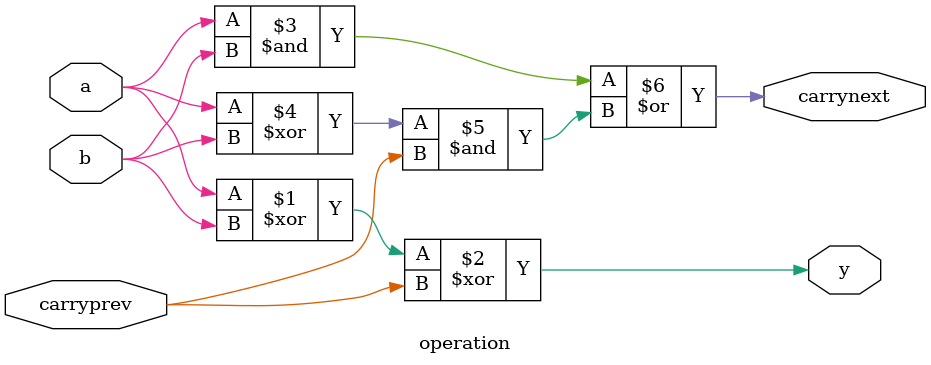
<source format=v>
module operation(a, b, carryprev, carrynext, y);
input a, b, carryprev;
output carrynext, y;

assign y=a^b^carryprev;
assign carrynext=(a&b)|((a^b)&carryprev);
endmodule

</source>
